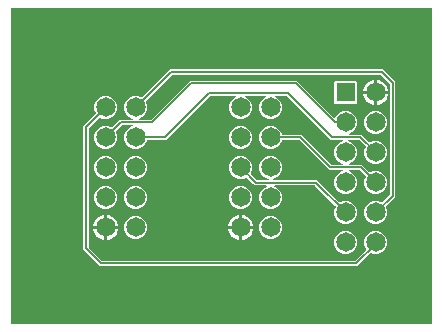
<source format=gbl>
G04 EAGLE Gerber RS-274X export*
G75*
%MOMM*%
%FSLAX34Y34*%
%LPD*%
%INBottom Copper*%
%IPPOS*%
%AMOC8*
5,1,8,0,0,1.08239X$1,22.5*%
G01*
%ADD10C,1.650000*%
%ADD11R,1.650000X1.650000*%
%ADD12C,0.152400*%

G36*
X330208Y-25898D02*
X330208Y-25898D01*
X330217Y-25899D01*
X330305Y-25878D01*
X330395Y-25860D01*
X330402Y-25855D01*
X330410Y-25853D01*
X330483Y-25799D01*
X330559Y-25747D01*
X330563Y-25740D01*
X330570Y-25735D01*
X330617Y-25657D01*
X330666Y-25580D01*
X330667Y-25571D01*
X330672Y-25564D01*
X330699Y-25400D01*
X330699Y241300D01*
X330698Y241308D01*
X330699Y241317D01*
X330678Y241405D01*
X330660Y241495D01*
X330655Y241502D01*
X330653Y241510D01*
X330599Y241583D01*
X330547Y241659D01*
X330540Y241663D01*
X330535Y241670D01*
X330457Y241717D01*
X330380Y241766D01*
X330371Y241767D01*
X330364Y241772D01*
X330200Y241799D01*
X-25400Y241799D01*
X-25408Y241798D01*
X-25417Y241799D01*
X-25505Y241778D01*
X-25595Y241760D01*
X-25602Y241755D01*
X-25610Y241753D01*
X-25684Y241699D01*
X-25759Y241647D01*
X-25763Y241640D01*
X-25770Y241635D01*
X-25817Y241557D01*
X-25866Y241480D01*
X-25867Y241471D01*
X-25872Y241464D01*
X-25899Y241300D01*
X-25899Y-25400D01*
X-25898Y-25408D01*
X-25899Y-25417D01*
X-25878Y-25505D01*
X-25860Y-25595D01*
X-25855Y-25602D01*
X-25853Y-25610D01*
X-25799Y-25683D01*
X-25747Y-25759D01*
X-25740Y-25763D01*
X-25735Y-25770D01*
X-25657Y-25817D01*
X-25580Y-25866D01*
X-25571Y-25867D01*
X-25564Y-25872D01*
X-25400Y-25899D01*
X330200Y-25899D01*
X330208Y-25898D01*
G37*
%LPC*%
G36*
X281266Y58805D02*
X281266Y58805D01*
X277673Y60293D01*
X274923Y63043D01*
X273435Y66636D01*
X273435Y70524D01*
X274923Y74117D01*
X277673Y76867D01*
X281266Y78355D01*
X285154Y78355D01*
X288096Y77136D01*
X288107Y77134D01*
X288116Y77129D01*
X288204Y77115D01*
X288291Y77098D01*
X288302Y77100D01*
X288312Y77099D01*
X288399Y77121D01*
X288486Y77139D01*
X288495Y77145D01*
X288505Y77148D01*
X288640Y77244D01*
X295128Y83732D01*
X295135Y83743D01*
X295145Y83750D01*
X295190Y83825D01*
X295238Y83898D01*
X295240Y83910D01*
X295247Y83921D01*
X295274Y84085D01*
X295274Y177154D01*
X295272Y177166D01*
X295274Y177179D01*
X295252Y177263D01*
X295235Y177349D01*
X295228Y177359D01*
X295224Y177371D01*
X295128Y177507D01*
X287616Y185019D01*
X287605Y185026D01*
X287598Y185036D01*
X287523Y185081D01*
X287450Y185129D01*
X287438Y185131D01*
X287427Y185138D01*
X287263Y185165D01*
X111136Y185165D01*
X111124Y185163D01*
X111111Y185165D01*
X111027Y185143D01*
X110941Y185126D01*
X110931Y185119D01*
X110919Y185115D01*
X110783Y185019D01*
X88674Y162910D01*
X88669Y162902D01*
X88660Y162895D01*
X88614Y162819D01*
X88565Y162745D01*
X88563Y162734D01*
X88557Y162725D01*
X88545Y162637D01*
X88528Y162549D01*
X88530Y162539D01*
X88529Y162528D01*
X88566Y162366D01*
X89785Y159424D01*
X89785Y155536D01*
X88297Y151943D01*
X85547Y149193D01*
X82732Y148027D01*
X82730Y148026D01*
X82728Y148026D01*
X82648Y147971D01*
X82567Y147916D01*
X82566Y147914D01*
X82564Y147913D01*
X82512Y147832D01*
X82458Y147749D01*
X82458Y147747D01*
X82457Y147746D01*
X82441Y147650D01*
X82424Y147554D01*
X82424Y147552D01*
X82424Y147549D01*
X82446Y147456D01*
X82468Y147360D01*
X82469Y147358D01*
X82470Y147356D01*
X82526Y147279D01*
X82584Y147199D01*
X82586Y147198D01*
X82588Y147196D01*
X82671Y147147D01*
X82755Y147096D01*
X82757Y147096D01*
X82759Y147094D01*
X82923Y147067D01*
X92826Y147067D01*
X92838Y147069D01*
X92851Y147067D01*
X92935Y147089D01*
X93021Y147106D01*
X93031Y147113D01*
X93043Y147117D01*
X93179Y147213D01*
X126053Y180087D01*
X216847Y180087D01*
X248144Y148790D01*
X248149Y148787D01*
X248153Y148781D01*
X248232Y148732D01*
X248310Y148680D01*
X248316Y148679D01*
X248321Y148676D01*
X248413Y148661D01*
X248505Y148644D01*
X248511Y148645D01*
X248517Y148644D01*
X248607Y148667D01*
X248699Y148687D01*
X248704Y148690D01*
X248710Y148692D01*
X248785Y148748D01*
X248861Y148802D01*
X248865Y148807D01*
X248870Y148811D01*
X248958Y148952D01*
X249523Y150317D01*
X252273Y153067D01*
X255866Y154555D01*
X259754Y154555D01*
X263347Y153067D01*
X266097Y150317D01*
X267585Y146724D01*
X267585Y142836D01*
X266097Y139243D01*
X263347Y136493D01*
X260838Y135454D01*
X260836Y135453D01*
X260834Y135453D01*
X260755Y135398D01*
X260673Y135343D01*
X260672Y135341D01*
X260670Y135340D01*
X260618Y135259D01*
X260565Y135176D01*
X260565Y135174D01*
X260563Y135173D01*
X260547Y135076D01*
X260530Y134981D01*
X260531Y134979D01*
X260530Y134976D01*
X260553Y134883D01*
X260575Y134787D01*
X260576Y134785D01*
X260576Y134783D01*
X260633Y134706D01*
X260691Y134626D01*
X260693Y134625D01*
X260694Y134623D01*
X260777Y134574D01*
X260861Y134523D01*
X260863Y134523D01*
X260865Y134521D01*
X261029Y134494D01*
X271330Y134494D01*
X277780Y128044D01*
X277788Y128039D01*
X277795Y128030D01*
X277871Y127984D01*
X277945Y127935D01*
X277956Y127933D01*
X277965Y127927D01*
X278053Y127915D01*
X278141Y127898D01*
X278151Y127900D01*
X278162Y127899D01*
X278324Y127936D01*
X281266Y129155D01*
X285154Y129155D01*
X288747Y127667D01*
X291497Y124917D01*
X292985Y121324D01*
X292985Y117436D01*
X291497Y113843D01*
X288747Y111093D01*
X285154Y109605D01*
X281266Y109605D01*
X277673Y111093D01*
X274923Y113843D01*
X273435Y117436D01*
X273435Y121324D01*
X274654Y124266D01*
X274656Y124277D01*
X274661Y124286D01*
X274675Y124374D01*
X274692Y124461D01*
X274690Y124472D01*
X274691Y124482D01*
X274669Y124569D01*
X274651Y124656D01*
X274645Y124665D01*
X274642Y124675D01*
X274546Y124810D01*
X269582Y129774D01*
X269571Y129781D01*
X269564Y129791D01*
X269489Y129836D01*
X269416Y129884D01*
X269404Y129886D01*
X269393Y129893D01*
X269229Y129920D01*
X260416Y129920D01*
X260414Y129920D01*
X260412Y129920D01*
X260318Y129900D01*
X260221Y129881D01*
X260219Y129879D01*
X260217Y129879D01*
X260137Y129823D01*
X260057Y129768D01*
X260056Y129766D01*
X260054Y129765D01*
X260002Y129682D01*
X259950Y129601D01*
X259950Y129598D01*
X259949Y129597D01*
X259933Y129501D01*
X259917Y129404D01*
X259918Y129402D01*
X259917Y129400D01*
X259941Y129306D01*
X259963Y129211D01*
X259964Y129209D01*
X259965Y129207D01*
X260024Y129128D01*
X260081Y129051D01*
X260083Y129050D01*
X260084Y129048D01*
X260225Y128960D01*
X263347Y127667D01*
X266097Y124917D01*
X267585Y121324D01*
X267585Y117436D01*
X266097Y113843D01*
X263347Y111093D01*
X260532Y109927D01*
X260530Y109926D01*
X260528Y109926D01*
X260448Y109871D01*
X260367Y109816D01*
X260366Y109814D01*
X260364Y109813D01*
X260312Y109732D01*
X260258Y109649D01*
X260258Y109647D01*
X260257Y109646D01*
X260241Y109550D01*
X260224Y109454D01*
X260224Y109452D01*
X260224Y109449D01*
X260246Y109356D01*
X260268Y109260D01*
X260269Y109258D01*
X260270Y109256D01*
X260326Y109179D01*
X260384Y109099D01*
X260386Y109098D01*
X260388Y109096D01*
X260471Y109047D01*
X260555Y108996D01*
X260557Y108996D01*
X260559Y108994D01*
X260723Y108967D01*
X271457Y108967D01*
X277780Y102644D01*
X277788Y102639D01*
X277795Y102630D01*
X277871Y102584D01*
X277945Y102535D01*
X277956Y102533D01*
X277965Y102527D01*
X278053Y102515D01*
X278141Y102498D01*
X278151Y102500D01*
X278162Y102499D01*
X278324Y102536D01*
X281266Y103755D01*
X285154Y103755D01*
X288747Y102267D01*
X291497Y99517D01*
X292985Y95924D01*
X292985Y92036D01*
X291497Y88443D01*
X288747Y85693D01*
X285154Y84205D01*
X281266Y84205D01*
X277673Y85693D01*
X274923Y88443D01*
X273435Y92036D01*
X273435Y95924D01*
X274654Y98866D01*
X274656Y98877D01*
X274661Y98886D01*
X274675Y98974D01*
X274692Y99061D01*
X274690Y99072D01*
X274691Y99082D01*
X274669Y99169D01*
X274651Y99256D01*
X274645Y99265D01*
X274642Y99275D01*
X274546Y99410D01*
X269709Y104247D01*
X269698Y104254D01*
X269691Y104264D01*
X269616Y104309D01*
X269543Y104357D01*
X269531Y104359D01*
X269520Y104366D01*
X269356Y104393D01*
X260723Y104393D01*
X260720Y104393D01*
X260718Y104393D01*
X260624Y104373D01*
X260528Y104354D01*
X260526Y104352D01*
X260524Y104352D01*
X260443Y104296D01*
X260364Y104241D01*
X260363Y104239D01*
X260361Y104238D01*
X260309Y104155D01*
X260257Y104074D01*
X260256Y104071D01*
X260255Y104070D01*
X260240Y103974D01*
X260224Y103877D01*
X260224Y103875D01*
X260224Y103873D01*
X260247Y103779D01*
X260270Y103684D01*
X260271Y103682D01*
X260271Y103680D01*
X260331Y103601D01*
X260388Y103524D01*
X260389Y103523D01*
X260391Y103521D01*
X260532Y103433D01*
X263347Y102267D01*
X266097Y99517D01*
X267585Y95924D01*
X267585Y92036D01*
X266097Y88443D01*
X263347Y85693D01*
X259754Y84205D01*
X255866Y84205D01*
X252273Y85693D01*
X249523Y88443D01*
X248035Y92036D01*
X248035Y95924D01*
X249523Y99517D01*
X252273Y102267D01*
X255088Y103433D01*
X255090Y103434D01*
X255092Y103434D01*
X255172Y103489D01*
X255253Y103544D01*
X255255Y103546D01*
X255256Y103547D01*
X255308Y103628D01*
X255362Y103711D01*
X255362Y103713D01*
X255363Y103714D01*
X255379Y103810D01*
X255397Y103906D01*
X255396Y103908D01*
X255396Y103911D01*
X255374Y104004D01*
X255352Y104100D01*
X255351Y104102D01*
X255350Y104104D01*
X255294Y104181D01*
X255236Y104261D01*
X255234Y104262D01*
X255232Y104264D01*
X255149Y104313D01*
X255065Y104364D01*
X255063Y104364D01*
X255061Y104366D01*
X254897Y104393D01*
X244036Y104393D01*
X218782Y129647D01*
X218771Y129654D01*
X218764Y129664D01*
X218689Y129709D01*
X218616Y129757D01*
X218604Y129759D01*
X218593Y129766D01*
X218429Y129793D01*
X204276Y129793D01*
X204266Y129791D01*
X204256Y129793D01*
X204169Y129772D01*
X204082Y129754D01*
X204073Y129748D01*
X204063Y129745D01*
X203991Y129692D01*
X203918Y129641D01*
X203912Y129632D01*
X203904Y129626D01*
X203815Y129485D01*
X202597Y126543D01*
X199847Y123793D01*
X196254Y122305D01*
X192366Y122305D01*
X188773Y123793D01*
X186023Y126543D01*
X184535Y130136D01*
X184535Y134024D01*
X186023Y137617D01*
X188773Y140367D01*
X192366Y141855D01*
X196254Y141855D01*
X199847Y140367D01*
X202597Y137617D01*
X203815Y134675D01*
X203821Y134666D01*
X203824Y134656D01*
X203876Y134584D01*
X203926Y134510D01*
X203935Y134504D01*
X203941Y134496D01*
X204018Y134451D01*
X204093Y134402D01*
X204103Y134400D01*
X204112Y134394D01*
X204276Y134367D01*
X220530Y134367D01*
X245784Y109113D01*
X245795Y109106D01*
X245802Y109096D01*
X245877Y109051D01*
X245950Y109003D01*
X245962Y109001D01*
X245973Y108994D01*
X246137Y108967D01*
X254897Y108967D01*
X254899Y108967D01*
X254902Y108967D01*
X254996Y108987D01*
X255092Y109006D01*
X255094Y109008D01*
X255096Y109008D01*
X255177Y109064D01*
X255256Y109119D01*
X255257Y109121D01*
X255259Y109122D01*
X255311Y109205D01*
X255363Y109286D01*
X255364Y109289D01*
X255365Y109290D01*
X255380Y109386D01*
X255396Y109483D01*
X255396Y109485D01*
X255396Y109487D01*
X255373Y109581D01*
X255350Y109676D01*
X255349Y109678D01*
X255349Y109680D01*
X255289Y109759D01*
X255232Y109836D01*
X255231Y109837D01*
X255229Y109839D01*
X255088Y109927D01*
X252273Y111093D01*
X249523Y113843D01*
X248035Y117436D01*
X248035Y121324D01*
X249523Y124917D01*
X252273Y127667D01*
X255395Y128960D01*
X255397Y128961D01*
X255399Y128961D01*
X255479Y129016D01*
X255560Y129071D01*
X255561Y129073D01*
X255563Y129074D01*
X255614Y129155D01*
X255668Y129238D01*
X255669Y129240D01*
X255670Y129241D01*
X255686Y129337D01*
X255703Y129433D01*
X255703Y129435D01*
X255703Y129438D01*
X255681Y129531D01*
X255659Y129627D01*
X255657Y129629D01*
X255657Y129631D01*
X255600Y129708D01*
X255542Y129788D01*
X255540Y129789D01*
X255539Y129791D01*
X255456Y129840D01*
X255372Y129891D01*
X255370Y129891D01*
X255368Y129893D01*
X255204Y129920D01*
X245179Y129920D01*
X207987Y167112D01*
X207976Y167119D01*
X207969Y167129D01*
X207894Y167174D01*
X207821Y167222D01*
X207809Y167224D01*
X207798Y167231D01*
X207634Y167258D01*
X198756Y167258D01*
X198754Y167258D01*
X198752Y167258D01*
X198657Y167238D01*
X198561Y167219D01*
X198559Y167217D01*
X198557Y167217D01*
X198476Y167161D01*
X198397Y167106D01*
X198396Y167104D01*
X198394Y167103D01*
X198342Y167020D01*
X198290Y166939D01*
X198289Y166936D01*
X198288Y166935D01*
X198273Y166839D01*
X198257Y166742D01*
X198257Y166740D01*
X198257Y166738D01*
X198280Y166644D01*
X198303Y166549D01*
X198304Y166547D01*
X198304Y166545D01*
X198364Y166466D01*
X198421Y166389D01*
X198422Y166388D01*
X198424Y166386D01*
X198565Y166298D01*
X199847Y165767D01*
X202597Y163017D01*
X204085Y159424D01*
X204085Y155536D01*
X202597Y151943D01*
X199847Y149193D01*
X196254Y147705D01*
X192366Y147705D01*
X188773Y149193D01*
X186023Y151943D01*
X184535Y155536D01*
X184535Y159424D01*
X186023Y163017D01*
X188773Y165767D01*
X190055Y166298D01*
X190057Y166299D01*
X190059Y166299D01*
X190139Y166354D01*
X190220Y166409D01*
X190221Y166411D01*
X190223Y166412D01*
X190275Y166493D01*
X190329Y166576D01*
X190329Y166578D01*
X190330Y166579D01*
X190346Y166675D01*
X190363Y166771D01*
X190363Y166773D01*
X190363Y166776D01*
X190341Y166869D01*
X190319Y166965D01*
X190318Y166967D01*
X190317Y166969D01*
X190261Y167046D01*
X190202Y167126D01*
X190201Y167127D01*
X190199Y167129D01*
X190116Y167178D01*
X190032Y167229D01*
X190030Y167229D01*
X190028Y167231D01*
X189864Y167258D01*
X173356Y167258D01*
X173354Y167258D01*
X173352Y167258D01*
X173257Y167238D01*
X173161Y167219D01*
X173159Y167217D01*
X173157Y167217D01*
X173076Y167161D01*
X172997Y167106D01*
X172996Y167104D01*
X172994Y167103D01*
X172942Y167020D01*
X172890Y166939D01*
X172889Y166936D01*
X172888Y166935D01*
X172873Y166839D01*
X172857Y166742D01*
X172857Y166740D01*
X172857Y166738D01*
X172880Y166644D01*
X172903Y166549D01*
X172904Y166547D01*
X172904Y166545D01*
X172964Y166466D01*
X173021Y166389D01*
X173022Y166388D01*
X173024Y166386D01*
X173165Y166298D01*
X174447Y165767D01*
X177197Y163017D01*
X178685Y159424D01*
X178685Y155536D01*
X177197Y151943D01*
X174447Y149193D01*
X170854Y147705D01*
X166966Y147705D01*
X163373Y149193D01*
X160623Y151943D01*
X159135Y155536D01*
X159135Y159424D01*
X160623Y163017D01*
X163373Y165767D01*
X164655Y166298D01*
X164657Y166299D01*
X164659Y166299D01*
X164739Y166354D01*
X164820Y166409D01*
X164821Y166411D01*
X164823Y166412D01*
X164875Y166493D01*
X164929Y166576D01*
X164929Y166578D01*
X164930Y166579D01*
X164946Y166675D01*
X164963Y166771D01*
X164963Y166773D01*
X164963Y166776D01*
X164941Y166869D01*
X164919Y166965D01*
X164918Y166967D01*
X164917Y166969D01*
X164861Y167046D01*
X164802Y167126D01*
X164801Y167127D01*
X164799Y167129D01*
X164716Y167178D01*
X164632Y167229D01*
X164630Y167229D01*
X164628Y167231D01*
X164464Y167258D01*
X143267Y167258D01*
X143255Y167256D01*
X143242Y167258D01*
X143158Y167236D01*
X143072Y167219D01*
X143062Y167212D01*
X143050Y167208D01*
X142914Y167112D01*
X105595Y129793D01*
X89976Y129793D01*
X89966Y129791D01*
X89956Y129793D01*
X89869Y129772D01*
X89782Y129754D01*
X89773Y129748D01*
X89763Y129745D01*
X89691Y129692D01*
X89618Y129641D01*
X89612Y129632D01*
X89604Y129626D01*
X89515Y129485D01*
X88297Y126543D01*
X85547Y123793D01*
X81954Y122305D01*
X78066Y122305D01*
X74473Y123793D01*
X71723Y126543D01*
X70235Y130136D01*
X70235Y134024D01*
X71723Y137617D01*
X74473Y140367D01*
X77288Y141533D01*
X77290Y141534D01*
X77292Y141534D01*
X77372Y141589D01*
X77453Y141644D01*
X77454Y141646D01*
X77456Y141647D01*
X77508Y141728D01*
X77562Y141811D01*
X77562Y141813D01*
X77563Y141814D01*
X77579Y141910D01*
X77596Y142006D01*
X77596Y142008D01*
X77596Y142011D01*
X77574Y142104D01*
X77552Y142200D01*
X77551Y142202D01*
X77550Y142204D01*
X77494Y142281D01*
X77436Y142361D01*
X77434Y142362D01*
X77432Y142364D01*
X77349Y142413D01*
X77265Y142464D01*
X77263Y142464D01*
X77261Y142466D01*
X77097Y142493D01*
X68464Y142493D01*
X68452Y142491D01*
X68439Y142493D01*
X68355Y142471D01*
X68269Y142454D01*
X68259Y142447D01*
X68247Y142443D01*
X68111Y142347D01*
X63274Y137510D01*
X63269Y137502D01*
X63260Y137495D01*
X63214Y137419D01*
X63165Y137345D01*
X63163Y137334D01*
X63157Y137325D01*
X63145Y137237D01*
X63128Y137149D01*
X63130Y137139D01*
X63129Y137128D01*
X63166Y136966D01*
X64385Y134024D01*
X64385Y130136D01*
X62897Y126543D01*
X60147Y123793D01*
X56554Y122305D01*
X52666Y122305D01*
X49073Y123793D01*
X46323Y126543D01*
X44835Y130136D01*
X44835Y134024D01*
X46323Y137617D01*
X49073Y140367D01*
X52666Y141855D01*
X56554Y141855D01*
X59496Y140636D01*
X59507Y140634D01*
X59516Y140629D01*
X59604Y140615D01*
X59691Y140598D01*
X59702Y140600D01*
X59712Y140599D01*
X59799Y140621D01*
X59886Y140639D01*
X59895Y140645D01*
X59905Y140648D01*
X60040Y140744D01*
X66363Y147067D01*
X77097Y147067D01*
X77099Y147067D01*
X77102Y147067D01*
X77196Y147087D01*
X77292Y147106D01*
X77294Y147108D01*
X77296Y147108D01*
X77377Y147164D01*
X77456Y147219D01*
X77457Y147221D01*
X77459Y147222D01*
X77511Y147305D01*
X77563Y147386D01*
X77564Y147389D01*
X77565Y147390D01*
X77580Y147486D01*
X77596Y147583D01*
X77596Y147585D01*
X77596Y147587D01*
X77573Y147681D01*
X77550Y147776D01*
X77549Y147778D01*
X77549Y147780D01*
X77489Y147859D01*
X77432Y147936D01*
X77431Y147937D01*
X77429Y147939D01*
X77288Y148027D01*
X74473Y149193D01*
X71723Y151943D01*
X70235Y155536D01*
X70235Y159424D01*
X71723Y163017D01*
X74473Y165767D01*
X78066Y167255D01*
X81954Y167255D01*
X84896Y166036D01*
X84907Y166034D01*
X84916Y166029D01*
X85004Y166015D01*
X85091Y165998D01*
X85102Y166000D01*
X85112Y165999D01*
X85199Y166021D01*
X85286Y166039D01*
X85295Y166045D01*
X85305Y166048D01*
X85440Y166144D01*
X109035Y189739D01*
X289364Y189739D01*
X299848Y179255D01*
X299848Y81984D01*
X291874Y74010D01*
X291869Y74002D01*
X291860Y73995D01*
X291814Y73919D01*
X291765Y73845D01*
X291763Y73834D01*
X291757Y73825D01*
X291745Y73737D01*
X291728Y73649D01*
X291730Y73639D01*
X291729Y73628D01*
X291766Y73466D01*
X292985Y70524D01*
X292985Y66636D01*
X291497Y63043D01*
X288747Y60293D01*
X285154Y58805D01*
X281266Y58805D01*
G37*
%LPD*%
%LPC*%
G36*
X49853Y23113D02*
X49853Y23113D01*
X48367Y24599D01*
X37299Y35667D01*
X35813Y37153D01*
X35813Y141917D01*
X37299Y143403D01*
X45946Y152050D01*
X45951Y152058D01*
X45960Y152065D01*
X46006Y152141D01*
X46055Y152215D01*
X46057Y152226D01*
X46063Y152235D01*
X46075Y152323D01*
X46092Y152411D01*
X46090Y152421D01*
X46091Y152432D01*
X46054Y152594D01*
X44835Y155536D01*
X44835Y159424D01*
X46323Y163017D01*
X49073Y165767D01*
X52666Y167255D01*
X56554Y167255D01*
X60147Y165767D01*
X62897Y163017D01*
X64385Y159424D01*
X64385Y155536D01*
X62897Y151943D01*
X60147Y149193D01*
X56554Y147705D01*
X52666Y147705D01*
X49724Y148924D01*
X49713Y148926D01*
X49704Y148931D01*
X49616Y148945D01*
X49529Y148962D01*
X49518Y148960D01*
X49508Y148961D01*
X49421Y148939D01*
X49334Y148921D01*
X49325Y148915D01*
X49315Y148912D01*
X49180Y148816D01*
X40533Y140169D01*
X40526Y140158D01*
X40516Y140151D01*
X40471Y140076D01*
X40423Y140003D01*
X40421Y139991D01*
X40414Y139980D01*
X40387Y139816D01*
X40387Y39254D01*
X40389Y39242D01*
X40387Y39229D01*
X40409Y39145D01*
X40426Y39059D01*
X40433Y39049D01*
X40437Y39037D01*
X40533Y38901D01*
X51601Y27833D01*
X51612Y27826D01*
X51619Y27816D01*
X51694Y27771D01*
X51767Y27723D01*
X51779Y27721D01*
X51790Y27714D01*
X51954Y27687D01*
X265546Y27687D01*
X265558Y27689D01*
X265571Y27687D01*
X265655Y27709D01*
X265741Y27726D01*
X265751Y27733D01*
X265763Y27737D01*
X265899Y27833D01*
X274963Y36897D01*
X274968Y36904D01*
X274975Y36909D01*
X275023Y36987D01*
X275073Y37063D01*
X275075Y37071D01*
X275079Y37078D01*
X275093Y37169D01*
X275109Y37258D01*
X275108Y37267D01*
X275109Y37275D01*
X275086Y37363D01*
X275067Y37453D01*
X275062Y37460D01*
X275060Y37468D01*
X274963Y37603D01*
X274923Y37643D01*
X273435Y41236D01*
X273435Y45124D01*
X274923Y48717D01*
X277673Y51467D01*
X281266Y52955D01*
X285154Y52955D01*
X288747Y51467D01*
X291497Y48717D01*
X292985Y45124D01*
X292985Y41236D01*
X291497Y37643D01*
X288747Y34893D01*
X285154Y33405D01*
X281266Y33405D01*
X279222Y34252D01*
X279211Y34254D01*
X279202Y34259D01*
X279114Y34273D01*
X279027Y34290D01*
X279016Y34288D01*
X279006Y34289D01*
X278919Y34267D01*
X278832Y34249D01*
X278823Y34243D01*
X278813Y34240D01*
X278678Y34144D01*
X267647Y23113D01*
X49853Y23113D01*
G37*
%LPD*%
%LPC*%
G36*
X255866Y58805D02*
X255866Y58805D01*
X252273Y60293D01*
X249523Y63043D01*
X248035Y66636D01*
X248035Y70524D01*
X249254Y73466D01*
X249256Y73477D01*
X249261Y73486D01*
X249275Y73574D01*
X249292Y73661D01*
X249290Y73672D01*
X249291Y73682D01*
X249269Y73769D01*
X249251Y73856D01*
X249245Y73865D01*
X249242Y73875D01*
X249146Y74010D01*
X231863Y91293D01*
X231860Y91295D01*
X231857Y91297D01*
X231852Y91300D01*
X231845Y91310D01*
X231770Y91355D01*
X231697Y91403D01*
X231685Y91405D01*
X231674Y91412D01*
X231510Y91439D01*
X197836Y91439D01*
X197834Y91439D01*
X197832Y91439D01*
X197737Y91419D01*
X197641Y91400D01*
X197639Y91398D01*
X197637Y91398D01*
X197557Y91342D01*
X197477Y91287D01*
X197476Y91285D01*
X197474Y91284D01*
X197422Y91201D01*
X197370Y91120D01*
X197370Y91117D01*
X197369Y91116D01*
X197353Y91020D01*
X197337Y90923D01*
X197337Y90921D01*
X197337Y90919D01*
X197360Y90825D01*
X197383Y90730D01*
X197384Y90728D01*
X197385Y90726D01*
X197444Y90647D01*
X197501Y90570D01*
X197503Y90569D01*
X197504Y90567D01*
X197645Y90479D01*
X199847Y89567D01*
X202597Y86817D01*
X204085Y83224D01*
X204085Y79336D01*
X202597Y75743D01*
X199847Y72993D01*
X196254Y71505D01*
X192366Y71505D01*
X188773Y72993D01*
X186023Y75743D01*
X184535Y79336D01*
X184535Y83224D01*
X186023Y86817D01*
X188773Y89567D01*
X190975Y90479D01*
X190977Y90480D01*
X190979Y90480D01*
X191059Y90535D01*
X191140Y90590D01*
X191141Y90592D01*
X191143Y90593D01*
X191195Y90674D01*
X191249Y90757D01*
X191249Y90759D01*
X191250Y90760D01*
X191266Y90856D01*
X191283Y90952D01*
X191283Y90954D01*
X191283Y90957D01*
X191261Y91050D01*
X191239Y91146D01*
X191238Y91148D01*
X191237Y91150D01*
X191181Y91227D01*
X191122Y91307D01*
X191120Y91308D01*
X191119Y91310D01*
X191036Y91359D01*
X190952Y91410D01*
X190950Y91410D01*
X190948Y91412D01*
X190784Y91439D01*
X180917Y91439D01*
X179431Y92925D01*
X174340Y98016D01*
X174332Y98021D01*
X174326Y98030D01*
X174249Y98076D01*
X174175Y98125D01*
X174164Y98127D01*
X174155Y98133D01*
X174067Y98145D01*
X173979Y98162D01*
X173969Y98160D01*
X173958Y98161D01*
X173796Y98124D01*
X170854Y96905D01*
X166966Y96905D01*
X163373Y98393D01*
X160623Y101143D01*
X159135Y104736D01*
X159135Y108624D01*
X160623Y112217D01*
X163373Y114967D01*
X166966Y116455D01*
X170854Y116455D01*
X174447Y114967D01*
X177197Y112217D01*
X178685Y108624D01*
X178685Y104736D01*
X177466Y101794D01*
X177464Y101783D01*
X177459Y101774D01*
X177445Y101686D01*
X177428Y101598D01*
X177430Y101588D01*
X177429Y101578D01*
X177451Y101491D01*
X177469Y101404D01*
X177475Y101395D01*
X177478Y101385D01*
X177574Y101250D01*
X182665Y96159D01*
X182676Y96152D01*
X182683Y96142D01*
X182758Y96097D01*
X182831Y96049D01*
X182843Y96047D01*
X182854Y96040D01*
X183018Y96013D01*
X192011Y96013D01*
X192013Y96013D01*
X192015Y96013D01*
X192109Y96033D01*
X192205Y96052D01*
X192207Y96054D01*
X192209Y96054D01*
X192290Y96110D01*
X192369Y96165D01*
X192370Y96167D01*
X192372Y96168D01*
X192424Y96251D01*
X192476Y96332D01*
X192477Y96335D01*
X192478Y96336D01*
X192493Y96432D01*
X192510Y96529D01*
X192509Y96531D01*
X192509Y96533D01*
X192486Y96627D01*
X192464Y96722D01*
X192462Y96724D01*
X192462Y96726D01*
X192402Y96805D01*
X192346Y96882D01*
X192344Y96883D01*
X192343Y96885D01*
X192202Y96973D01*
X188773Y98393D01*
X186023Y101143D01*
X184535Y104736D01*
X184535Y108624D01*
X186023Y112217D01*
X188773Y114967D01*
X192366Y116455D01*
X196254Y116455D01*
X199847Y114967D01*
X202597Y112217D01*
X204085Y108624D01*
X204085Y104736D01*
X202597Y101143D01*
X199847Y98393D01*
X196418Y96973D01*
X196417Y96972D01*
X196415Y96972D01*
X196335Y96917D01*
X196253Y96862D01*
X196252Y96860D01*
X196251Y96859D01*
X196198Y96776D01*
X196145Y96695D01*
X196145Y96693D01*
X196144Y96692D01*
X196127Y96596D01*
X196110Y96500D01*
X196111Y96498D01*
X196110Y96495D01*
X196133Y96400D01*
X196155Y96306D01*
X196156Y96304D01*
X196156Y96302D01*
X196213Y96225D01*
X196271Y96145D01*
X196273Y96144D01*
X196274Y96142D01*
X196357Y96093D01*
X196441Y96042D01*
X196444Y96042D01*
X196445Y96040D01*
X196609Y96013D01*
X233611Y96013D01*
X252380Y77244D01*
X252388Y77239D01*
X252395Y77230D01*
X252471Y77184D01*
X252545Y77135D01*
X252556Y77133D01*
X252565Y77127D01*
X252653Y77115D01*
X252741Y77098D01*
X252751Y77100D01*
X252762Y77099D01*
X252924Y77136D01*
X255866Y78355D01*
X259754Y78355D01*
X263347Y76867D01*
X266097Y74117D01*
X267585Y70524D01*
X267585Y66636D01*
X266097Y63043D01*
X263347Y60293D01*
X259754Y58805D01*
X255866Y58805D01*
G37*
%LPD*%
%LPC*%
G36*
X248928Y160405D02*
X248928Y160405D01*
X248035Y161298D01*
X248035Y179062D01*
X248928Y179955D01*
X266692Y179955D01*
X267585Y179062D01*
X267585Y161298D01*
X266692Y160405D01*
X248928Y160405D01*
G37*
%LPD*%
%LPC*%
G36*
X281266Y135005D02*
X281266Y135005D01*
X277673Y136493D01*
X274923Y139243D01*
X273435Y142836D01*
X273435Y146724D01*
X274923Y150317D01*
X277673Y153067D01*
X281266Y154555D01*
X285154Y154555D01*
X288747Y153067D01*
X291497Y150317D01*
X292985Y146724D01*
X292985Y142836D01*
X291497Y139243D01*
X288747Y136493D01*
X285154Y135005D01*
X281266Y135005D01*
G37*
%LPD*%
%LPC*%
G36*
X166966Y122305D02*
X166966Y122305D01*
X163373Y123793D01*
X160623Y126543D01*
X159135Y130136D01*
X159135Y134024D01*
X160623Y137617D01*
X163373Y140367D01*
X166966Y141855D01*
X170854Y141855D01*
X174447Y140367D01*
X177197Y137617D01*
X178685Y134024D01*
X178685Y130136D01*
X177197Y126543D01*
X174447Y123793D01*
X170854Y122305D01*
X166966Y122305D01*
G37*
%LPD*%
%LPC*%
G36*
X52666Y96905D02*
X52666Y96905D01*
X49073Y98393D01*
X46323Y101143D01*
X44835Y104736D01*
X44835Y108624D01*
X46323Y112217D01*
X49073Y114967D01*
X52666Y116455D01*
X56554Y116455D01*
X60147Y114967D01*
X62897Y112217D01*
X64385Y108624D01*
X64385Y104736D01*
X62897Y101143D01*
X60147Y98393D01*
X56554Y96905D01*
X52666Y96905D01*
G37*
%LPD*%
%LPC*%
G36*
X78066Y96905D02*
X78066Y96905D01*
X74473Y98393D01*
X71723Y101143D01*
X70235Y104736D01*
X70235Y108624D01*
X71723Y112217D01*
X74473Y114967D01*
X78066Y116455D01*
X81954Y116455D01*
X85547Y114967D01*
X88297Y112217D01*
X89785Y108624D01*
X89785Y104736D01*
X88297Y101143D01*
X85547Y98393D01*
X81954Y96905D01*
X78066Y96905D01*
G37*
%LPD*%
%LPC*%
G36*
X52666Y71505D02*
X52666Y71505D01*
X49073Y72993D01*
X46323Y75743D01*
X44835Y79336D01*
X44835Y83224D01*
X46323Y86817D01*
X49073Y89567D01*
X52666Y91055D01*
X56554Y91055D01*
X60147Y89567D01*
X62897Y86817D01*
X64385Y83224D01*
X64385Y79336D01*
X62897Y75743D01*
X60147Y72993D01*
X56554Y71505D01*
X52666Y71505D01*
G37*
%LPD*%
%LPC*%
G36*
X78066Y71505D02*
X78066Y71505D01*
X74473Y72993D01*
X71723Y75743D01*
X70235Y79336D01*
X70235Y83224D01*
X71723Y86817D01*
X74473Y89567D01*
X78066Y91055D01*
X81954Y91055D01*
X85547Y89567D01*
X88297Y86817D01*
X89785Y83224D01*
X89785Y79336D01*
X88297Y75743D01*
X85547Y72993D01*
X81954Y71505D01*
X78066Y71505D01*
G37*
%LPD*%
%LPC*%
G36*
X166966Y71505D02*
X166966Y71505D01*
X163373Y72993D01*
X160623Y75743D01*
X159135Y79336D01*
X159135Y83224D01*
X160623Y86817D01*
X163373Y89567D01*
X166966Y91055D01*
X170854Y91055D01*
X174447Y89567D01*
X177197Y86817D01*
X178685Y83224D01*
X178685Y79336D01*
X177197Y75743D01*
X174447Y72993D01*
X170854Y71505D01*
X166966Y71505D01*
G37*
%LPD*%
%LPC*%
G36*
X192366Y46105D02*
X192366Y46105D01*
X188773Y47593D01*
X186023Y50343D01*
X184535Y53936D01*
X184535Y57824D01*
X186023Y61417D01*
X188773Y64167D01*
X192366Y65655D01*
X196254Y65655D01*
X199847Y64167D01*
X202597Y61417D01*
X204085Y57824D01*
X204085Y53936D01*
X202597Y50343D01*
X199847Y47593D01*
X196254Y46105D01*
X192366Y46105D01*
G37*
%LPD*%
%LPC*%
G36*
X78066Y46105D02*
X78066Y46105D01*
X74473Y47593D01*
X71723Y50343D01*
X70235Y53936D01*
X70235Y57824D01*
X71723Y61417D01*
X74473Y64167D01*
X78066Y65655D01*
X81954Y65655D01*
X85547Y64167D01*
X88297Y61417D01*
X89785Y57824D01*
X89785Y53936D01*
X88297Y50343D01*
X85547Y47593D01*
X81954Y46105D01*
X78066Y46105D01*
G37*
%LPD*%
%LPC*%
G36*
X255866Y33405D02*
X255866Y33405D01*
X252273Y34893D01*
X249523Y37643D01*
X248035Y41236D01*
X248035Y45124D01*
X249523Y48717D01*
X252273Y51467D01*
X255866Y52955D01*
X259754Y52955D01*
X263347Y51467D01*
X266097Y48717D01*
X267585Y45124D01*
X267585Y41236D01*
X266097Y37643D01*
X263347Y34893D01*
X259754Y33405D01*
X255866Y33405D01*
G37*
%LPD*%
%LPC*%
G36*
X284209Y171179D02*
X284209Y171179D01*
X284209Y180947D01*
X285737Y180705D01*
X287352Y180180D01*
X288866Y179409D01*
X290240Y178411D01*
X291441Y177210D01*
X292439Y175836D01*
X293210Y174322D01*
X293735Y172707D01*
X293977Y171179D01*
X284209Y171179D01*
G37*
%LPD*%
%LPC*%
G36*
X55609Y56879D02*
X55609Y56879D01*
X55609Y66647D01*
X57137Y66405D01*
X58752Y65880D01*
X60266Y65109D01*
X61640Y64111D01*
X62841Y62910D01*
X63839Y61536D01*
X64610Y60022D01*
X65135Y58407D01*
X65377Y56879D01*
X55609Y56879D01*
G37*
%LPD*%
%LPC*%
G36*
X169909Y56879D02*
X169909Y56879D01*
X169909Y66647D01*
X171437Y66405D01*
X173052Y65880D01*
X174566Y65109D01*
X175940Y64111D01*
X177141Y62910D01*
X178139Y61536D01*
X178910Y60022D01*
X179435Y58407D01*
X179677Y56879D01*
X169909Y56879D01*
G37*
%LPD*%
%LPC*%
G36*
X272443Y171179D02*
X272443Y171179D01*
X272685Y172707D01*
X273210Y174322D01*
X273981Y175836D01*
X274979Y177210D01*
X276180Y178411D01*
X277554Y179409D01*
X279068Y180180D01*
X280683Y180705D01*
X282211Y180947D01*
X282211Y171179D01*
X272443Y171179D01*
G37*
%LPD*%
%LPC*%
G36*
X284209Y169181D02*
X284209Y169181D01*
X293977Y169181D01*
X293735Y167653D01*
X293210Y166038D01*
X292439Y164524D01*
X291441Y163150D01*
X290240Y161949D01*
X288866Y160951D01*
X287352Y160180D01*
X285737Y159655D01*
X284209Y159413D01*
X284209Y169181D01*
G37*
%LPD*%
%LPC*%
G36*
X43843Y56879D02*
X43843Y56879D01*
X44085Y58407D01*
X44610Y60022D01*
X45381Y61536D01*
X46379Y62910D01*
X47580Y64111D01*
X48954Y65109D01*
X50468Y65880D01*
X52083Y66405D01*
X53611Y66647D01*
X53611Y56879D01*
X43843Y56879D01*
G37*
%LPD*%
%LPC*%
G36*
X158143Y56879D02*
X158143Y56879D01*
X158385Y58407D01*
X158910Y60022D01*
X159681Y61536D01*
X160679Y62910D01*
X161880Y64111D01*
X163254Y65109D01*
X164768Y65880D01*
X166383Y66405D01*
X167911Y66647D01*
X167911Y56879D01*
X158143Y56879D01*
G37*
%LPD*%
%LPC*%
G36*
X169909Y54881D02*
X169909Y54881D01*
X179677Y54881D01*
X179435Y53353D01*
X178910Y51738D01*
X178139Y50224D01*
X177141Y48850D01*
X175940Y47649D01*
X174566Y46651D01*
X173052Y45880D01*
X171437Y45355D01*
X169909Y45113D01*
X169909Y54881D01*
G37*
%LPD*%
%LPC*%
G36*
X55609Y54881D02*
X55609Y54881D01*
X65377Y54881D01*
X65135Y53353D01*
X64610Y51738D01*
X63839Y50224D01*
X62841Y48850D01*
X61640Y47649D01*
X60266Y46651D01*
X58752Y45880D01*
X57137Y45355D01*
X55609Y45113D01*
X55609Y54881D01*
G37*
%LPD*%
%LPC*%
G36*
X280683Y159655D02*
X280683Y159655D01*
X279068Y160180D01*
X277554Y160951D01*
X276180Y161949D01*
X274979Y163150D01*
X273981Y164524D01*
X273210Y166038D01*
X272685Y167653D01*
X272443Y169181D01*
X282211Y169181D01*
X282211Y159413D01*
X280683Y159655D01*
G37*
%LPD*%
%LPC*%
G36*
X166383Y45355D02*
X166383Y45355D01*
X164768Y45880D01*
X163254Y46651D01*
X161880Y47649D01*
X160679Y48850D01*
X159681Y50224D01*
X158910Y51738D01*
X158385Y53353D01*
X158143Y54881D01*
X167911Y54881D01*
X167911Y45113D01*
X166383Y45355D01*
G37*
%LPD*%
%LPC*%
G36*
X52083Y45355D02*
X52083Y45355D01*
X50468Y45880D01*
X48954Y46651D01*
X47580Y47649D01*
X46379Y48850D01*
X45381Y50224D01*
X44610Y51738D01*
X44085Y53353D01*
X43843Y54881D01*
X53611Y54881D01*
X53611Y45113D01*
X52083Y45355D01*
G37*
%LPD*%
%LPC*%
G36*
X283209Y170179D02*
X283209Y170179D01*
X283209Y170181D01*
X283211Y170181D01*
X283211Y170179D01*
X283209Y170179D01*
G37*
%LPD*%
%LPC*%
G36*
X168909Y55879D02*
X168909Y55879D01*
X168909Y55881D01*
X168911Y55881D01*
X168911Y55879D01*
X168909Y55879D01*
G37*
%LPD*%
%LPC*%
G36*
X54609Y55879D02*
X54609Y55879D01*
X54609Y55881D01*
X54611Y55881D01*
X54611Y55879D01*
X54609Y55879D01*
G37*
%LPD*%
D10*
X80010Y157480D03*
X54610Y157480D03*
X80010Y132080D03*
X54610Y132080D03*
X80010Y106680D03*
X54610Y106680D03*
X54610Y81280D03*
X80010Y81280D03*
X54610Y55880D03*
X80010Y55880D03*
X194310Y157480D03*
X168910Y157480D03*
X194310Y132080D03*
X168910Y132080D03*
X194310Y106680D03*
X168910Y106680D03*
X168910Y81280D03*
X194310Y81280D03*
X168910Y55880D03*
X194310Y55880D03*
D11*
X257810Y170180D03*
D10*
X283210Y170180D03*
X257810Y144780D03*
X283210Y144780D03*
X257810Y119380D03*
X283210Y119380D03*
X257810Y93980D03*
X283210Y93980D03*
X257810Y68580D03*
X283210Y68580D03*
X257810Y43180D03*
X283210Y43180D03*
D12*
X54610Y157480D02*
X38100Y140970D01*
X38100Y38100D02*
X50800Y25400D01*
X266700Y25400D01*
X283210Y41910D01*
X283210Y43180D01*
X38100Y38100D02*
X38100Y140970D01*
X54610Y132080D02*
X67310Y144780D01*
X248920Y144780D02*
X257810Y144780D01*
X93980Y144780D02*
X67310Y144780D01*
X93980Y144780D02*
X127000Y177800D01*
X215900Y177800D01*
X248920Y144780D01*
X181864Y93726D02*
X168910Y106680D01*
X232664Y93726D02*
X257810Y68580D01*
X232664Y93726D02*
X181864Y93726D01*
X109982Y187452D02*
X80010Y157480D01*
X288417Y187452D02*
X297561Y178308D01*
X297561Y82931D01*
X283210Y68580D01*
X288417Y187452D02*
X109982Y187452D01*
X104648Y132080D02*
X80010Y132080D01*
X270383Y132207D02*
X283210Y119380D01*
X142113Y169545D02*
X104648Y132080D01*
X142113Y169545D02*
X208788Y169545D01*
X246126Y132207D01*
X270383Y132207D01*
X219583Y132080D02*
X194310Y132080D01*
X270510Y106680D02*
X283210Y93980D01*
X244983Y106680D02*
X219583Y132080D01*
X244983Y106680D02*
X270510Y106680D01*
M02*

</source>
